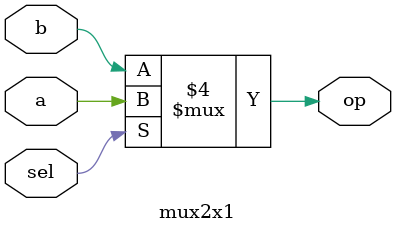
<source format=v>
module mux2x1
(
	input a, 
	input b, 
	input sel,
	
	output reg op
);

always @(a or b or sel)
begin
  if (sel == 1'b1)
    op = a;
  else
    op = b;
end

endmodule

</source>
